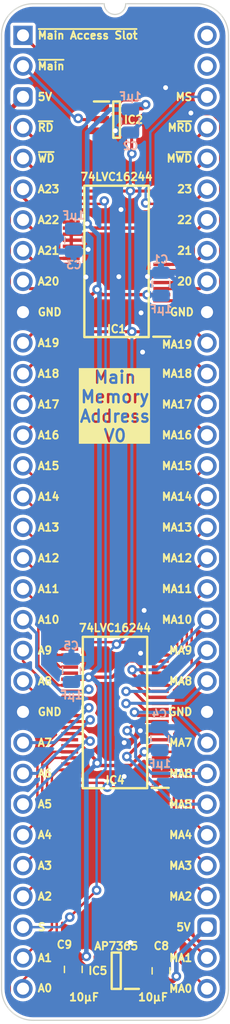
<source format=kicad_pcb>
(kicad_pcb (version 20240108) (generator "pcbnew") (generator_version "8.0")
  (title_block (title "Main Memory Address") (date "2024-02-15") (rev "V0"))
  (layers (0 "F.Cu" signal) (31 "B.Cu" signal) (34 "B.Paste" user) (35 "F.Paste" user) (36 "B.SilkS" user "B.Silkscreen") (37 "F.SilkS" user "F.Silkscreen") (38 "B.Mask" user) (39 "F.Mask" user) (44 "Edge.Cuts" user))
  (net 0 "")
  (net 1 "GND")
  (net 2 "5V")
  (net 3 "/3.3V")
  (net 5 "S")
  (net 6 "MA18")
  (net 7 "A20")
  (net 8 "~{RD}")
  (net 9 "MA21")
  (net 10 "A22")
  (net 11 "MA17")
  (net 12 "A18")
  (net 13 "MA22")
  (net 14 "A19")
  (net 15 "MA16")
  (net 16 "A16")
  (net 17 "~{WD}")
  (net 18 "MA19")
  (net 19 "MS")
  (net 20 "MA20")
  (net 21 "M~{WD}")
  (net 22 "/~{Main Access}")
  (net 23 "A23")
  (net 24 "A17")
  (net 25 "A21")
  (net 26 "MA23")
  (net 27 "M~{RD}")
  (net 28 "~{Main}")
  (net 29 "~{Main Access Slot}")
  (net 30 "A14")
  (net 31 "MA4")
  (net 32 "A5")
  (net 33 "A15")
  (net 34 "MA13")
  (net 35 "A12")
  (net 36 "MA11")
  (net 37 "A7")
  (net 38 "A8")
  (net 39 "MA1")
  (net 40 "MA10")
  (net 41 "MA0")
  (net 42 "MA9")
  (net 43 "MA5")
  (net 44 "A4")
  (net 45 "MA15")
  (net 46 "A3")
  (net 47 "A1")
  (net 48 "A2")
  (net 49 "MA8")
  (net 50 "A11")
  (net 51 "A0")
  (net 52 "MA14")
  (net 53 "A10")
  (net 54 "MA6")
  (net 55 "A6")
  (net 56 "A9")
  (net 57 "MA12")
  (net 58 "MA2")
  (net 59 "MA3")
  (net 60 "A13")
  (net 64 "MA7")
  (footprint "SamacSys_Parts:SOT95P275X110-5N" (layer "F.Cu") (at 96.6524 65.3796)
    (property "Reference" "IC2")
    (property "Value" "74LVC1G32GV,125" (hide yes))
  )
  (footprint "SamacSys_Parts:C_0805" (layer "F.Cu") (at 100.330485 135.7064)
    (property "Reference" "C8")
    (property "Value" "10µF")
  )
  (footprint "SamacSys_Parts:DIP-64_Board_W15.24mm" (layer "F.Cu") (at 88.9 58.42)
    (property "Reference" "J2" (hide yes))
    (property "Value" "Conn_02x32_Counter_Clockwise")
    (fp_line (start -1.778 78.74) (end -1.778 0) (stroke (width 0.1)) (layer "Edge.Cuts"))
    (fp_line (start 6.727456 -2.6162) (end 0.832188 -2.613732) (stroke (width 0.1)) (layer "Edge.Cuts"))
    (fp_line (start 14.400723 -2.613733) (end 8.505456 -2.6162) (stroke (width 0.1)) (layer "Edge.Cuts"))
    (fp_line (start 14.404268 81.353732) (end 0.835733 81.353733) (stroke (width 0.1)) (layer "Edge.Cuts"))
    (fp_line (start 17.018 78.74) (end 17.017999 -0.000001) (stroke (width 0.1)) (layer "Edge.Cuts"))
    (fp_arc (start -1.781544 0) (mid -1.016 -1.848188) (end 0.832188 -2.613732) (stroke (width 0.1)) (layer "Edge.Cuts"))
    (fp_arc (start 0.835733 81.353733) (mid -1.012457 80.588189) (end -1.778 78.74) (stroke (width 0.1)) (layer "Edge.Cuts"))
    (fp_arc (start 8.505456 -2.6162) (mid 7.616456 -1.7272) (end 6.727456 -2.6162) (stroke (width 0.1)) (layer "Edge.Cuts"))
    (fp_arc (start 14.404267 -2.613733) (mid 16.252457 -1.84819) (end 17.017999 -0.000001) (stroke (width 0.1)) (layer "Edge.Cuts"))
    (fp_arc (start 17.018 78.74) (mid 16.252456 80.588187) (end 14.404268 81.353732) (stroke (width 0.1)) (layer "Edge.Cuts"))
  )
  (footprint "SamacSys_Parts:74LVC16244ADGG112" (layer "F.Cu") (at 96.647 77.089 180)
    (property "Reference" "IC1")
    (property "Value" "74LVC16244ADGG,112" (hide yes))
  )
  (footprint "SamacSys_Parts:C_0805" (layer "F.Cu") (at 93.066085 135.554 180)
    (property "Reference" "C9")
    (property "Value" "10µF")
  )
  (footprint "SamacSys_Parts:SOT95P285X130-5N" (layer "F.Cu") (at 96.622085 135.681 180)
    (property "Reference" "IC5")
    (property "Value" "AP7365-33WG-7" (hide yes))
  )
  (footprint "SamacSys_Parts:74LVC16244ADGG112" (layer "F.Cu") (at 96.52 114.3508 180)
    (property "Reference" "IC4")
    (property "Value" "74LVC16244ADGG,112" (hide yes))
  )
  (footprint "SamacSys_Parts:PinHeader_1x32_P2.54mm_Vertical" (layer "B.Cu") (at 88.9 58.42 180)
    (property "Reference" "J3" (hide yes))
    (property "Value" "Pin_Header_01x32")
  )
  (footprint "SamacSys_Parts:C_0805" (layer "B.Cu") (at 92.9132 110.8964 180)
    (property "Reference" "C5")
    (property "Value" "1μF")
  )
  (footprint "SamacSys_Parts:C_0805" (layer "B.Cu") (at 100.2284 116.5352 180)
    (property "Reference" "C4")
    (property "Value" "1μF")
  )
  (footprint "SamacSys_Parts:C_0805" (layer "B.Cu") (at 97.79 65.4812)
    (property "Reference" "C2")
    (property "Value" "1μF")
  )
  (footprint "SamacSys_Parts:C_0805" (layer "B.Cu") (at 93.091 75.311)
    (property "Reference" "C3")
    (property "Value" "1μF")
  )
  (footprint "SamacSys_Parts:PinHeader_1x32_P2.54mm_Vertical" (layer "B.Cu") (at 104.14 58.42 180)
    (property "Reference" "J1" (hide yes))
    (property "Value" "Pin_Header_01x32")
  )
  (footprint "SamacSys_Parts:C_0805" (layer "B.Cu") (at 100.33 78.994 180)
    (property "Reference" "C1")
    (property "Value" "1μF")
  )
  (gr_text "A21" (at 90.043 76.2 0) (layer "F.SilkS") (effects (font (size 0.635 0.635)) (justify left)))
  (gr_text "GND" (at 90.043 114.3 0) (layer "F.SilkS") (effects (font (size 0.635 0.635)) (justify left)))
  (gr_text "~{WD}" (at 90.043 68.58 0) (layer "F.SilkS") (effects (font (size 0.635 0.635)) (justify left)))
  (gr_text "A13" (at 90.043 99.06 0) (layer "F.SilkS") (effects (font (size 0.635 0.635)) (justify left)))
  (gr_text "GND" (at 103.124 81.28 0) (layer "F.SilkS") (effects (font (size 0.635 0.635)) (justify right)))
  (gr_text "A19" (at 90.043 83.82 0) (layer "F.SilkS") (effects (font (size 0.635 0.635)) (justify left)))
  (gr_text "MA11" (at 102.997 104.14 0) (layer "F.SilkS") (effects (font (size 0.635 0.635)) (justify right)))
  (gr_text "5V" (at 90.043 63.5 0) (layer "F.SilkS") (effects (font (size 0.635 0.635)) (justify left)))
  (gr_text "MA8" (at 102.997 111.76 0) (layer "F.SilkS") (effects (font (size 0.635 0.635)) (justify right)))
  (gr_text "A16" (at 90.043 91.44 0) (layer "F.SilkS") (effects (font (size 0.635 0.635)) (justify left)))
  (gr_text "MA10" (at 102.997 106.68 0) (layer "F.SilkS") (effects (font (size 0.635 0.635)) (justify right)))
  (gr_text "MA3" (at 102.997 127 0) (layer "F.SilkS") (effects (font (size 0.635 0.635)) (justify right)))
  (gr_text "A3" (at 90.043 127 0) (layer "F.SilkS") (effects (font (size 0.635 0.635)) (justify left)))
  (gr_text "MA5" (at 102.997 121.92 0) (layer "F.SilkS") (effects (font (size 0.635 0.635)) (justify right)))
  (gr_text "MA9" (at 102.997 109.22 0) (layer "F.SilkS") (effects (font (size 0.635 0.635)) (justify right)))
  (gr_text "A5" (at 90.043 121.92 0) (layer "F.SilkS") (effects (font (size 0.635 0.635)) (justify left)))
  (gr_text "A12" (at 90.043 101.6 0) (layer "F.SilkS") (effects (font (size 0.635 0.635)) (justify left)))
  (gr_text "21" (at 102.997 76.2 0) (layer "F.SilkS") (effects (font (size 0.635 0.635)) (justify right)))
  (gr_text "MA14" (at 102.997 96.52 0) (layer "F.SilkS") (effects (font (size 0.635 0.635)) (justify right)))
  (gr_text "23" (at 102.997 71.12 0) (layer "F.SilkS") (effects (font (size 0.635 0.635)) (justify right)))
  (gr_text "~{RD}" (at 90.043 66.04 0) (layer "F.SilkS") (effects (font (size 0.635 0.635)) (justify left)))
  (gr_text "A18" (at 90.043 86.36 0) (layer "F.SilkS") (effects (font (size 0.635 0.635)) (justify left)))
  (gr_text "A9" (at 90.043 109.22 0) (layer "F.SilkS") (effects (font (size 0.635 0.635)) (justify left)))
  (gr_text "A17" (at 90.043 88.9 0) (layer "F.SilkS") (effects (font (size 0.635 0.635)) (justify left)))
  (gr_text "A10" (at 90.043 106.68 0) (layer "F.SilkS") (effects (font (size 0.635 0.635)) (justify left)))
  (gr_text "M~{WD}" (at 102.997 68.58 0) (layer "F.SilkS") (effects (font (size 0.635 0.635)) (justify right)))
  (gr_text "MA16" (at 102.997 91.44 0) (layer "F.SilkS") (effects (font (size 0.635 0.635)) (justify right)))
  (gr_text "MA4" (at 102.997 124.46 0) (layer "F.SilkS") (effects (font (size 0.635 0.635)) (justify right)))
  (gr_text "MA2" (at 102.997 129.54 0) (layer "F.SilkS") (effects (font (size 0.635 0.635)) (justify right)))
  (gr_text "A4" (at 90.043 124.46 0) (layer "F.SilkS") (effects (font (size 0.635 0.635)) (justify left)))
  (gr_text "MA15" (at 102.997 93.98 0) (layer "F.SilkS") (effects (font (size 0.635 0.635)) (justify right)))
  (gr_text "MA1" (at 102.997 134.62 0) (layer "F.SilkS") (effects (font (size 0.635 0.635)) (justify right)))
  (gr_text "MA19" (at 102.997 83.947 0) (layer "F.SilkS") (effects (font (size 0.635 0.635)) (justify right)))
  (gr_text "A6" (at 90.043 119.38 0) (layer "F.SilkS") (effects (font (size 0.635 0.635)) (justify left)))
  (gr_text "A1" (at 90.043 134.62 0) (layer "F.SilkS") (effects (font (size 0.635 0.635)) (justify left)))
  (gr_text "A7" (at 90.043 116.84 0) (layer "F.SilkS") (effects (font (size 0.635 0.635)) (justify left)))
  (gr_text "A22" (at 90.043 73.66 0) (layer "F.SilkS") (effects (font (size 0.635 0.635)) (justify left)))
  (gr_text "A15" (at 90.043 93.98 0) (layer "F.SilkS") (effects (font (size 0.635 0.635)) (justify left)))
  (gr_text "MA13" (at 102.997 99.06 0) (layer "F.SilkS") (effects (font (size 0.635 0.635)) (justify right)))
  (gr_text "MA12" (at 102.997 101.6 0) (layer "F.SilkS") (effects (font (size 0.635 0.635)) (justify right)))
  (gr_text "5V" (at 102.87 132.08 0) (layer "F.SilkS") (effects (font (size 0.635 0.635)) (justify right)))
  (gr_text "~{Main Access Slot}" (at 90.043 58.42 0) (layer "F.SilkS") (effects (font (size 0.635 0.635)) (justify left)))
  (gr_text "MA18" (at 102.997 86.36 0) (layer "F.SilkS") (effects (font (size 0.635 0.635)) (justify right)))
  (gr_text "MA17" (at 102.997 88.9 0) (layer "F.SilkS") (effects (font (size 0.635 0.635)) (justify right)))
  (gr_text "A20" (at 90.043 78.74 0) (layer "F.SilkS") (effects (font (size 0.635 0.635)) (justify left)))
  (gr_text "M~{RD}" (at 102.997 66.04 0) (layer "F.SilkS") (effects (font (size 0.635 0.635)) (justify right)))
  (gr_text "A23" (at 90.043 71.12 0) (layer "F.SilkS") (effects (font (size 0.635 0.635)) (justify left)))
  (gr_text "GND" (at 90.043 81.28 0) (layer "F.SilkS") (effects (font (size 0.635 0.635)) (justify left)))
  (gr_text "A11" (at 90.043 104.14 0) (layer "F.SilkS") (effects (font (size 0.635 0.635)) (justify left)))
  (gr_text "A0" (at 90.043 137.118485 0) (layer "F.SilkS") (effects (font (size 0.635 0.635)) (justify left)))
  (gr_text "S" (at 90.043 132.08 0) (layer "F.SilkS") (effects (font (size 0.635 0.635)) (justify left)))
  (gr_text "Main\nMemory\nAddress\nV0" (at 96.52 92.075 0) (layer "F.SilkS" knockout) (effects (font (size 1 1) (thickness 0.2) (bold yes)) (justify bottom)))
  (gr_text "A2" (at 90.043 129.54 0) (layer "F.SilkS") (effects (font (size 0.635 0.635)) (justify left)))
  (gr_text "~{Main}" (at 90.043 60.96 0) (layer "F.SilkS") (effects (font (size 0.635 0.635)) (justify left)))
  (gr_text "A14" (at 90.043 96.52 0) (layer "F.SilkS") (effects (font (size 0.635 0.635)) (justify left)))
  (gr_text "A8" (at 90.043 111.76 0) (layer "F.SilkS") (effects (font (size 0.635 0.635)) (justify left)))
  (gr_text "MS" (at 102.997 63.5 0) (layer "F.SilkS") (effects (font (size 0.635 0.635)) (justify right)))
  (gr_text "22" (at 102.997 73.66 0) (layer "F.SilkS") (effects (font (size 0.635 0.635)) (justify right)))
  (gr_text "20" (at 102.997 78.74 0) (layer "F.SilkS") (effects (font (size 0.635 0.635)) (justify right)))
  (gr_text "MA7" (at 102.997 116.84 0) (layer "F.SilkS") (effects (font (size 0.635 0.635)) (justify right)))
  (gr_text "GND" (at 102.997 114.3 0) (layer "F.SilkS") (effects (font (size 0.635 0.635)) (justify right)))
  (gr_text "MA6" (at 102.997 119.38 0) (layer "F.SilkS") (effects (font (size 0.635 0.635)) (justify right)))
  (gr_text "MA0" (at 102.997 137.16 0) (layer "F.SilkS") (effects (font (size 0.635 0.635)) (justify right)))
  (segment (start 96.837097 111.633) (end 95.291097 113.179) (width 0.28) (layer "F.Cu") (net 1))
  (segment (start 99.366519 73.003) (end 97.211242 73.003) (width 0.28) (layer "F.Cu") (net 1))
  (segment (start 105.33 65.547085) (end 104.616416 64.833501) (width 0.38) (layer "F.Cu") (net 1))
  (segment (start 104.616416 64.833501) (end 102.806501 64.833501) (width 0.38) (layer "F.Cu") (net 1))
  (segment (start 100.27 113.1008) (end 99.29 113.1008) (width 0.28) (layer "F.Cu") (net 1))
  (segment (start 92.897 74.839) (end 97.287481 74.839) (width 0.28) (layer "F.Cu") (net 1))
  (segment (start 100.397 72.839) (end 99.530519 72.839) (width 0.28) (layer "F.Cu") (net 1))
  (segment (start 94.055442 118.6008) (end 94.732481 119.277839) (width 0.28) (layer "F.Cu") (net 1))
  (segment (start 95.4024 66.3296) (end 96.512396 66.3296) (width 0.38) (layer "F.Cu") (net 1))
  (segment (start 104.14 81.28) (end 105.33 80.09) (width 0.38) (layer "F.Cu") (net 1))
  (segment (start 104.14 114.3) (end 105.28 113.16) (width 0.28) (layer "F.Cu") (net 1))
  (segment (start 96.512396 66.3296) (end 96.547996 66.294) (width 0.38) (layer "F.Cu") (net 1))
  (segment (start 92.77 115.6008) (end 94.076613 115.6008) (width 0.28) (layer "F.Cu") (net 1))
  (segment (start 97.211242 73.003) (end 97.017515 72.809273) (width 0.28) (layer "F.Cu") (net 1))
  (segment (start 92.77 110.1008) (end 96.937733 110.1008) (width 0.28) (layer "F.Cu") (net 1))
  (segment (start 94.0729 78.339) (end 94.112975 78.379075) (width 0.28) (layer "F.Cu") (net 1))
  (segment (start 96.853026 78.339) (end 96.839 78.353026) (width 0.28) (layer "F.Cu") (net 1))
  (segment (start 98.869827 115.6008) (end 98.61856 115.852067) (width 0.28) (layer "F.Cu") (net 1))
  (segment (start 100.27 113.1008) (end 102.9408 113.1008) (width 0.28) (layer "F.Cu") (net 1))
  (segment (start 94.751481 119.277839) (end 95.107642 119.634) (width 0.28) (layer "F.Cu") (net 1))
  (segment (start 100.711 62.738) (end 102.806501 64.833501) (width 0.38) (layer "F.Cu") (net 1))
  (segment (start 105.33 80.09) (end 105.33 65.547085) (width 0.38) (layer "F.Cu") (net 1))
  (segment (start 102.8392 115.6008) (end 104.14 114.3) (width 0.28) (layer "F.Cu") (net 1))
  (segment (start 100.27 115.6008) (end 98.869827 115.6008) (width 0.28) (layer "F.Cu") (net 1))
  (segment (start 99.530519 72.839) (end 99.366519 73.003) (width 0.28) (layer "F.Cu") (net 1))
  (segment (start 92.897 73.839) (end 92.897 73.339) (width 0.28) (layer "F.Cu") (net 1))
  (segment (start 92.77 115.6008) (end 90.2008 115.6008) (width 0.28) (layer "F.Cu") (net 1))
  (segment (start 98.940085 133.35) (end 97.79 133.35) (width 0.38) (layer "F.Cu") (net 1))
  (segment (start 93.75 113.1008) (end 92.77 113.1008) (width 0.28) (layer "F.Cu") (net 1))
  (segment (start 91.877 71.839) (end 92.897 71.839) (width 0.28) (layer "F.Cu") (net 1))
  (segment (start 100.27 118.6008) (end 98.617009 118.6008) (width 0.28) (layer "F.Cu") (net 1))
  (segment (start 93.8282 113.179) (end 93.75 113.1008) (width 0.28) (layer "F.Cu") (net 1))
  (segment (start 99.284035 110.1008) (end 98.637753 109.454518) (width 0.28) (layer "F.Cu") (net 1))
  (segment (start 94.112975 78.379075) (end 94.139024 78.353026) (width 0.28) (layer "F.Cu") (net 1))
  (segment (start 100.330485 134.7404) (end 98.940085 133.35) (width 0.38) (layer "F.Cu") (net 1))
  (segment (start 96.137668 115.695668) (end 97.282 116.84) (width 0.28) (layer "F.Cu") (net 1))
  (segment (start 92.897 75.839) (end 94.03589 75.839) (width 0.28) (layer "F.Cu") (net 1))
  (segment (start 92.897 72.839) (end 92.897 73.339) (width 0.28) (layer "F.Cu") (net 1))
  (segment (start 94.03589 75.839) (end 94.296 76.09911) (width 0.28) (layer "F.Cu") (net 1))
  (segment (start 97.630627 116.84) (end 97.282 116.84) (width 0.28) (layer "F.Cu") (net 1))
  (segment (start 91.948 134.107988) (end 91.948 135.401915) (width 0.38) (layer "F.Cu") (net 1))
  (segment (start 91.877 72.839) (end 91.821 72.783) (width 0.28) (layer "F.Cu") (net 1))
  (segment (start 105.28 113.16) (end 105.28 82.42) (width 0.28) (layer "F.Cu") (net 1))
  (segment (start 102.9408 113.1008) (end 104.14 114.3) (width 0.28) (layer "F.Cu") (net 1))
  (segment (start 91.821 72.783) (end 91.821 71.895) (width 0.28) (layer "F.Cu") (net 1))
  (segment (start 95.291097 113.179) (end 93.8282 113.179) (width 0.28) (layer "F.Cu") (net 1))
  (segment (start 94.076613 115.6008) (end 94.171481 115.695668) (width 0.28) (layer "F.Cu") (net 1))
  (segment (start 91.821 71.895) (end 91.877 71.839) (width 0.28) (layer "F.Cu") (net 1))
  (segment (start 94.296 78.19605) (end 94.112975 78.379075) (width 0.28) (layer "F.Cu") (net 1))
  (segment (start 97.584015 109.454518) (end 98.637753 109.454518) (width 0.28) (layer "F.Cu") (net 1))
  (segment (start 94.732481 119.277839) (end 94.751481 119.277839) (width 0.28) (layer "F.Cu") (net 1))
  (segment (start 98.617009 118.6008) (end 97.583809 119.634) (width 0.28) (layer "F.Cu") (net 1))
  (segment (start 100.27 110.1008) (end 99.284035 110.1008) (width 0.28) (layer "F.Cu") (net 1))
  (segment (start 99.29 113.1008) (end 97.8222 111.633) (width 0.28) (layer "F.Cu") (net 1))
  (segment (start 96.987788 72.839) (end 97.017515 72.809273) (width 0.28) (layer "F.Cu") (net 1))
  (segment (start 105.28 82.42) (end 104.14 81.28) (width 0.28) (layer "F.Cu") (net 1))
  (segment (start 97.8222 111.633) (end 96.837097 111.633) (width 0.28) (layer "F.Cu") (net 1))
  (segment (start 94.139024 78.353026) (end 96.839 78.353026) (width 0.28) (layer "F.Cu") (net 1))
  (segment (start 95.107642 119.634) (end 97.282 119.634) (width 0.28) (layer "F.Cu") (net 1))
  (segment (start 91.948 135.401915) (end 93.066085 136.52) (width 0.38) (layer "F.Cu") (net 1))
  (segment (start 92.897 81.339) (end 100.397 81.339) (width 0.28) (layer "F.Cu") (net 1))
  (segment (start 96.937733 110.1008) (end 97.584015 109.454518) (width 0.28) (layer "F.Cu") (net 1))
  (segment (start 100.397 78.339) (end 96.853026 78.339) (width 0.28) (layer "F.Cu") (net 1))
  (segment (start 92.897 78.339) (end 94.0729 78.339) (width 0.28) (layer "F.Cu") (net 1))
  (segment (start 92.897 72.839) (end 96.987788 72.839) (width 0.28) (layer "F.Cu") (net 1))
  (segment (start 94.171481 115.695668) (end 96.137668 115.695668) (width 0.28) (layer "F.Cu") (net 1))
  (segment (start 92.897 72.839) (end 91.877 72.839) (width 0.28) (layer "F.Cu") (net 1))
  (segment (start 98.61856 115.852067) (end 97.630627 116.84) (width 0.28) (layer "F.Cu") (net 1))
  (segment (start 92.705988 133.35) (end 91.948 134.107988) (width 0.38) (layer "F.Cu") (net 1))
  (segment (start 90.2008 115.6008) (end 88.9 114.3) (width 0.28) (layer "F.Cu") (net 1))
  (segment (start 97.79 133.35) (end 92.705988 133.35) (width 0.38) (layer "F.Cu") (net 1))
  (segment (start 98.287481 75.839) (end 100.397 75.839) (width 0.28) (layer "F.Cu") (net 1))
  (segment (start 97.287481 74.839) (end 98.287481 75.839) (width 0.28) (layer "F.Cu") (net 1))
  (segment (start 94.296 76.09911) (end 94.296 78.19605) (width 0.28) (layer "F.Cu") (net 1))
  (segment (start 100.27 115.6008) (end 102.8392 115.6008) (width 0.28) (layer "F.Cu") (net 1))
  (segment (start 92.77 118.6008) (end 94.055442 118.6008) (width 0.28) (layer "F.Cu") (net 1))
  (segment (start 97.583809 119.634) (end 97.282 119.634) (width 0.28) (layer "F.Cu") (net 1))
  (via (at 96.839 78.353026) (size 0.8) (drill 0.4) (layers "F.Cu" "B.Cu") (net 1))
  (via (at 94.296 76.09911) (size 0.8) (drill 0.4) (layers "F.Cu" "B.Cu") (net 1))
  (via (at 96.547996 66.294) (size 0.8) (drill 0.4) (layers "F.Cu" "B.Cu") (net 1))
  (via (at 98.806 84.582) (size 0.8) (drill 0.4) (layers "F.Cu" "B.Cu") (net 1))
  (via (at 100.711 62.738) (size 0.8) (drill 0.4) (layers "F.Cu" "B.Cu") (net 1))
  (via (at 98.637753 109.454518) (size 0.8) (drill 0.4) (layers "F.Cu" "B.Cu") (net 1))
  (via (at 102.806501 64.833501) (size 0.8) (drill 0.4) (layers "F.Cu" "B.Cu") (net 1))
  (via (at 94.112975 78.379075) (size 0.8) (drill 0.4) (layers "F.Cu" "B.Cu") (net 1))
  (via (at 98.61856 115.852067) (size 0.8) (drill 0.4) (layers "F.Cu" "B.Cu") (net 1))
  (via (at 98.679 81.339) (size 0.8) (drill 0.4) (layers "F.Cu" "B.Cu") (net 1))
  (via (at 98.933 105.918) (size 0.8) (drill 0.4) (layers "F.Cu" "B.Cu") (net 1))
  (via (at 97.282 116.84) (size 0.8) (drill 0.4) (layers "F.Cu" "B.Cu") (net 1))
  (via (at 99.207788 78.339) (size 0.8) (drill 0.4) (layers "F.Cu" "B.Cu") (net 1))
  (via (at 97.282 119.634) (size 0.8) (drill 0.4) (layers "F.Cu" "B.Cu") (net 1))
  (via (at 97.017515 72.809273) (size 0.8) (drill 0.4) (layers "F.Cu" "B.Cu") (net 1))
  (via (at 97.79 133.35) (size 0.8) (drill 0.4) (layers "F.Cu" "B.Cu") (net 1))
  (segment (start 102.6892 118.03) (end 100.2284 115.5692) (width 0.38) (layer "B.Cu") (net 1))
  (segment (start 100.33 78.028) (end 99.518788 78.028) (width 0.28) (layer "B.Cu") (net 1))
  (segment (start 96.763462 114.061233) (end 96.648 114.176695) (width 0.38) (layer "B.Cu") (net 1))
  (segment (start 98.298 79.248788) (end 98.298 80.958) (width 0.38) (layer "B.Cu") (net 1))
  (segment (start 105.28 113.16) (end 105.28 106.207796) (width 0.28) (layer "B.Cu") (net 1))
  (segment (start 88.9 114.3) (end 87.71 115.49) (width 0.38) (layer "B.Cu") (net 1))
  (segment (start 98.933 105.918) (end 98.933 109.159271) (width 0.38) (layer "B.Cu") (net 1))
  (segment (start 93.091 76.277) (end 94.11811 76.277) (width 0.28) (layer "B.Cu") (net 1))
  (segment (start 104.632915 105.49) (end 105.33 104.792915) (width 0.38) (layer "B.Cu") (net 1))
  (segment (start 97.79 66.4472) (end 97 67.2372) (width 0.38) (layer "B.Cu") (net 1))
  (segment (start 98.933 84.709) (end 98.933 105.918) (width 0.38) (layer "B.Cu") (net 1))
  (segment (start 87.71 115.49) (end 87.71 135.112915) (width 0.38) (layer "B.Cu") (net 1))
  (segment (start 103.06 81.28) (end 102.806499 81.026499) (width 0.28) (layer "B.Cu") (net 1))
  (segment (start 98.933 105.918) (end 99.361 105.49) (width 0.38) (layer "B.Cu") (net 1))
  (segment (start 96.647 110.801825) (end 97.994307 109.454518) (width 0.38) (layer "B.Cu") (net 1))
  (segment (start 98.806 84.582) (end 98.806 81.466) (width 0.38) (layer "B.Cu") (net 1))
  (segment (start 87.71 82.47) (end 88.9 81.28) (width 0.38) (layer "B.Cu") (net 1))
  (segment (start 104.14 81.28) (end 100.888 78.028) (width 0.38) (layer "B.Cu") (net 1))
  (segment (start 97.6368 66.294) (end 96.547996 66.294) (width 0.38) (layer "B.Cu") (net 1))
  (segment (start 96.648 116.206) (end 97.282 116.84) (width 0.38) (layer "B.Cu") (net 1))
  (segment (start 93.091 77.089) (end 93.091 76.277) (width 0.38) (layer "B.Cu") (net 1))
  (segment (start 96.648 117.474) (end 97.282 116.84) (width 0.38) (layer "B.Cu") (net 1))
  (segment (start 96.763462 114.061233) (end 96.763462 114.073785) (width 0.38) (layer "B.Cu") (net 1))
  (segment (start 104.14 114.3) (end 105.33 115.49) (width 0.38) (layer "B.Cu") (net 1))
  (segment (start 87.71 135.112915) (end 88.407085 135.81) (width 0.38) (layer "B.Cu") (net 1))
  (segment (start 97.148 72.939758) (end 97.017515 72.809273) (width 0.38) (layer "B.Cu") (net 1))
  (segment (start 105.33 106.187085) (end 105.33 113.11) (width 0.38) (layer "B.Cu") (net 1))
  (segment (start 98.933 109.159271) (end 98.637753 109.454518) (width 0.38) (layer "B.Cu") (net 1))
  (segment (start 105.33 117.381) (end 104.681 118.03) (width 0.38) (layer "B.Cu") (net 1))
  (segment (start 97.806364 115.116687) (end 97.916201 115.116687) (width 0.38) (layer "B.Cu") (net 1))
  (segment (start 105.33 82.47) (end 104.14 81.28) (width 0.38) (layer "B.Cu") (net 1))
  (segment (start 100.711 63.601229) (end 100.711 62.738) (width 0.38) (layer "B.Cu") (net 1))
  (segment (start 105.33 113.11) (end 104.14 114.3) (width 0.38) (layer "B.Cu") (net 1))
  (segment (start 102.806499 81.026499) (end 102.806499 64.833503) (width 0.28) (layer "B.Cu") (net 1))
  (segment (start 97 72.791758) (end 97.017515 72.809273) (width 0.38) (layer "B.Cu") (net 1))
  (segment (start 94.11811 76.277) (end 94.296 76.09911) (width 0.28) (layer "B.Cu") (net 1))
  (segment (start 97.79 120.142) (end 97.282 119.634) (width 0.38) (layer "B.Cu") (net 1))
  (segment (start 97.865029 66.4472) (end 100.711 63.601229) (width 0.38) (layer "B.Cu") (net 1))
  (segment (start 104.681 118.03) (end 102.6892 118.03) (width 0.38) (layer "B.Cu") (net 1))
  (segment (start 97.994307 109.454518) (end 98.637753 109.454518) (width 0.38) (layer "B.Cu") (net 1))
  (segment (start 98.61856 115.819046) (end 98.61856 115.852067) (width 0.38) (layer "B.Cu") (net 1))
  (segment (start 97.79 133.35) (end 97.79 120.142) (width 0.38) (layer "B.Cu") (net 1))
  (segment (start 96.647 113.944771) (end 96.647 110.801825) (width 0.38) (layer "B.Cu") (net 1))
  (segment (start 88.9 114.3) (end 87.71 113.11) (width 0.38) (layer "B.Cu") (net 1))
  (segment (start 104.612204 105.54) (end 105.28 104.872204) (width 0.28) (layer "B.Cu") (net 1))
  (segment (start 96.648 114.176695) (end 96.648 116.206) (width 0.38) (layer "B.Cu") (net 1))
  (segment (start 95.33 135.81) (end 97.79 133.35) (width 0.38) (layer "B.Cu") (net 1))
  (segment (start 99.518788 78.028) (end 99.207788 78.339) (width 0.28) (layer "B.Cu") (net 1))
  (segment (start 99.978779 115.818821) (end 98.651806 115.818821) (width 0.38) (layer "B.Cu") (net 1))
  (segment (start 105.28 82.42) (end 104.14 81.28) (width 0.28) (layer "B.Cu") (net 1))
  (segment (start 99.361 105.49) (end 104.632915 105.49) (width 0.38) (layer "B.Cu") (net 1))
  (segment (start 98.806 84.582) (end 98.933 84.709) (width 0.38) (layer "B.Cu") (net 1))
  (segment (start 99.311 105.54) (end 98.933 105.918) (width 0.28) (layer "B.Cu") (net 1))
  (segment (start 98.298 80.958) (end 98.679 81.339) (width 0.38) (layer "B.Cu") (net 1))
  (segment (start 104.632915 105.49) (end 105.33 106.187085) (width 0.38) (layer "B.Cu") (net 1))
  (segment (start 102.806499 64.833503) (end 102.806501 64.833501) (width 0.28) (layer "B.Cu") (net 1))
  (segment (start 97.148 78.044026) (end 97.148 72.939758) (width 0.38) (layer "B.Cu") (net 1))
  (segment (start 96.839 78.353026) (end 97.148 78.044026) (width 0.38) (layer "B.Cu") (net 1))
  (segment (start 105.28 106.207796) (end 104.612204 105.54) (width 0.28) (layer "B.Cu") (net 1))
  (segment (start 97 67.2372) (end 97 72.791758) (width 0.38) (layer "B.Cu") (net 1))
  (segment (start 87.71 113.11) (end 87.71 82.47) (width 0.38) (layer "B.Cu") (net 1))
  (segment (start 88.9 81.28) (end 93.091 77.089) (width 0.38) (layer "B.Cu") (net 1))
  (segment (start 98.651806 115.818821) (end 98.61856 115.852067) (width 0.38) (layer "B.Cu") (net 1))
  (segment (start 96.648 119) (end 96.648 117.474) (width 0.38) (layer "B.Cu") (net 1))
  (segment (start 105.33 104.792915) (end 105.33 82.47) (width 0.38) (layer "B.Cu") (net 1))
  (segment (start 99.207788 78.339) (end 98.298 79.248788) (width 0.38) (layer "B.Cu") (net 1))
  (segment (start 105.33 115.49) (end 105.33 117.381) (width 0.38) (layer "B.Cu") (net 1))
  (segment (start 96.763462 114.061233) (end 96.647 113.944771) (width 0.38) (layer "B.Cu") (net 1))
  (segment (start 105.28 104.872204) (end 105.28 82.42) (width 0.28) (layer "B.Cu") (net 1))
  (segment (start 88.407085 135.81) (end 95.33 135.81) (width 0.38) (layer "B.Cu") (net 1))
  (segment (start 104.612204 105.54) (end 99.311 105.54) (width 0.28) (layer "B.Cu") (net 1))
  (segment (start 104.14 114.3) (end 105.28 113.16) (width 0.28) (layer "B.Cu") (net 1))
  (segment (start 97.282 119.634) (end 96.648 119) (width 0.38) (layer "B.Cu") (net 1))
  (segment (start 98.806 81.466) (end 98.679 81.339) (width 0.38) (layer "B.Cu") (net 1))
  (segment (start 96.763462 114.073785) (end 97.806364 115.116687) (width 0.38) (layer "B.Cu") (net 1))
  (segment (start 97.916201 115.116687) (end 98.61856 115.819046) (width 0.38) (layer "B.Cu") (net 1))
  (segment (start 100.888 78.028) (end 100.33 78.028) (width 0.38) (layer "B.Cu") (net 1))
  (segment (start 104.14 81.28) (end 103.06 81.28) (width 0.28) (layer "B.Cu") (net 1))
  (segment (start 87.71 64.69) (end 87.71 137.928126) (width 0.38) (layer "F.Cu") (net 2))
  (segment (start 98.057441 134.731) (end 98.317441 134.991) (width 0.38) (layer "F.Cu") (net 2))
  (segment (start 99.326085 135.636) (end 98.887085 135.636) (width 0.38) (layer "F.Cu") (net 2))
  (segment (start 100.445885 136.525) (end 101.346 136.525) (width 0.38) (layer "F.Cu") (net 2))
  (segment (start 101.6 136.271) (end 101.6 136.144) (width 0.38) (layer "F.Cu") (net 2))
  (segment (start 101.346 136.525) (end 101.6 136.271) (width 0.38) (layer "F.Cu") (net 2))
  (segment (start 98.413885 138.557) (end 100.330485 136.6404) (width 0.38) (layer "F.Cu") (net 2))
  (segment (start 88.338874 138.557) (end 98.413885 138.557) (width 0.38) (layer "F.Cu") (net 2))
  (segment (start 98.887085 136.189915) (end 98.446 136.631) (width 0.38) (layer "F.Cu") (net 2))
  (segment (start 98.446 136.631) (end 97.922085 136.631) (width 0.38) (layer "F.Cu") (net 2))
  (segment (start 100.330485 136.6404) (end 99.326085 135.636) (width 0.38) (layer "F.Cu") (net 2))
  (segment (start 87.71 137.928126) (end 88.338874 138.557) (width 0.38) (layer "F.Cu") (net 2))
  (segment (start 88.9 63.5) (end 87.71 64.69) (width 0.38) (layer "F.Cu") (net 2))
  (segment (start 98.317441 134.991) (end 98.887085 134.991) (width 0.38) (layer "F.Cu") (net 2))
  (segment (start 98.887085 135.636) (end 98.887085 136.189915) (width 0.38) (layer "F.Cu") (net 2))
  (segment (start 98.887085 134.991) (end 98.887085 135.636) (width 0.38) (layer "F.Cu") (net 2))
  (via (at 101.6 136.144) (size 0.8) (drill 0.4) (layers "F.Cu" "B.Cu") (net 2))
  (segment (start 101.6 134.62) (end 101.6 136.144) (width 0.38) (layer "B.Cu") (net 2))
  (segment (start 104.14 132.08) (end 101.6 134.62) (width 0.38) (layer "B.Cu") (net 2))
  (segment (start 95.039 118.3898) (end 95.039 118.537839) (width 0.28) (layer "F.Cu") (net 3))
  (segment (start 100.27 117.1008) (end 99.446381 117.1008) (width 0.28) (layer "F.Cu") (net 3))
  (segment (start 98.680762 110.991562) (end 98.680762 110.516594) (width 0.28) (layer "F.Cu") (net 3))
  (segment (start 98.247281 110.083113) (end 97.634243 110.083113) (width 0.28) (layer "F.Cu") (net 3))
  (segment (start 92.77 117.1008) (end 93.75 117.1008) (width 0.28) (layer "F.Cu") (net 3))
  (segment (start 94.615622 79.839) (end 95.039 79.415622) (width 0.28) (layer "F.Cu") (net 3))
  (segment (start 93.858605 74.339) (end 94.217515 73.98009) (width 0.28) (layer "F.Cu") (net 3))
  (segment (start 96.279686 111.43767) (end 94.33803 111.43767) (width 0.28) (layer "F.Cu") (net 3))
  (segment (start 99.187 79.839) (end 95.462378 79.839) (width 0.28) (layer "F.Cu") (net 3))
  (segment (start 94.020583 134.62) (end 94.147583 134.493) (width 0.38) (layer "F.Cu") (net 3))
  (segment (start 98.680762 110.516594) (end 98.247281 110.083113) (width 0.28) (layer "F.Cu") (net 3))
  (segment (start 92.897 74.339) (end 93.858605 74.339) (width 0.28) (layer "F.Cu") (net 3))
  (segment (start 99.29 111.6008) (end 98.680762 110.991562) (width 0.28) (layer "F.Cu") (net 3))
  (segment (start 92.897 79.839) (end 94.615622 79.839) (width 0.28) (layer "F.Cu") (net 3))
  (segment (start 97.808519 118.730467) (end 95.231628 118.730467) (width 0.28) (layer "F.Cu") (net 3))
  (segment (start 93.066085 134.62) (end 94.020583 134.62) (width 0.38) (layer "F.Cu") (net 3))
  (segment (start 94.1749 111.6008) (end 94.33803 111.43767) (width 0.28) (layer "F.Cu") (net 3))
  (segment (start 94.576425 74.339) (end 100.397 74.339) (width 0.28) (layer "F.Cu") (net 3))
  (segment (start 92.77 111.6008) (end 94.1749 111.6008) (width 0.28) (layer "F.Cu") (net 3))
  (segment (start 94.217515 73.98009) (end 94.576425 74.339) (width 0.28) (layer "F.Cu") (net 3))
  (segment (start 93.311085 134.62) (end 95.322085 136.631) (width 0.38) (layer "F.Cu") (net 3))
  (segment (start 97.634243 110.083113) (end 96.279686 111.43767) (width 0.28) (layer "F.Cu") (net 3))
  (segment (start 98.7654 64.4296) (end 99.06 64.135) (width 0.38) (layer "F.Cu") (net 3))
  (segment (start 95.231628 118.730467) (end 95.039 118.537839) (width 0.28) (layer "F.Cu") (net 3))
  (segment (start 95.462378 79.839) (end 95.039 79.415622) (width 0.28) (layer "F.Cu") (net 3))
  (segment (start 97.9024 64.4296) (end 98.7654 64.4296) (width 0.38) (layer "F.Cu") (net 3))
  (segment (start 93.75 117.1008) (end 95.039 118.3898) (width 0.28) (layer "F.Cu") (net 3))
  (segment (start 99.446381 117.1008) (end 98.952 117.595181) (width 0.28) (layer "F.Cu") (net 3))
  (segment (start 99.187 79.839) (end 100.397 79.839) (width 0.28) (layer "F.Cu") (net 3))
  (segment (start 98.952 117.595181) (end 98.943805 117.595181) (width 0.28) (layer "F.Cu") (net 3))
  (segment (start 98.943805 117.595181) (end 97.808519 118.730467) (width 0.28) (layer "F.Cu") (net 3))
  (segment (start 100.27 111.6008) (end 99.29 111.6008) (width 0.28) (layer "F.Cu") (net 3))
  (via (at 94.217515 73.98009) (size 0.8) (drill 0.4) (layers "F.Cu" "B.Cu") (net 3))
  (via (at 99.06 64.135) (size 0.8) (drill 0.4) (layers "F.Cu" "B.Cu") (net 3))
  (via (at 95.039 118.537839) (size 0.8) (drill 0.4) (layers "F.Cu" "B.Cu") (net 3))
  (via (at 95.039 79.415622) (size 0.8) (drill 0.4) (layers "F.Cu" "B.Cu") (net 3))
  (via (at 94.147583 134.493) (size 0.8) (drill 0.4) (layers "F.Cu" "B.Cu") (net 3))
  (via (at 98.952 117.595181) (size 0.8) (drill 0.4) (layers "F.Cu" "B.Cu") (net 3))
  (via (at 99.187 79.839) (size 0.8) (drill 0.4) (layers "F.Cu" "B.Cu") (net 3))
  (via (at 94.33803 111.43767) (size 0.8) (drill 0.4) (layers "F.Cu" "B.Cu") (net 3))
  (segment (start 94.33803 111.43767) (end 95.232 110.5437) (width 0.38) (layer "B.Cu") (net 3))
  (segment (start 100.2284 117.4692) (end 99.077981 117.4692) (width 0.38) (layer "B.Cu") (net 3))
  (segment (start 93.820605 74.377) (end 94.217515 73.98009) (width 0.28) (layer "B.Cu") (net 3))
  (segment (start 93.30593 111.43767) (end 94.33803 111.43767) (width 0.38) (layer "B.Cu") (net 3))
  (segment (start 94.217515 73.98009) (end 95.186179 74.948754) (width 0.38) (layer "B.Cu") (net 3))
  (segment (start 95.249 118.327839) (end 95.039 118.537839) (width 0.38) (layer "B.Cu") (net 3))
  (segment (start 92.9132 111.8304) (end 93.30593 111.43767) (width 0.38) (layer "B.Cu") (net 3))
  (segment (start 100.33 79.928) (end 99.276 79.928) (width 0.28) (layer "B.Cu") (net 3))
  (segment (start 95.232 79.608622) (end 95.039 79.415622) (width 0.38) (layer "B.Cu") (net 3))
  (segment (start 94.217515 73.98009) (end 94.217515 66.437485) (width 0.38) (layer "B.Cu") (net 3))
  (segment (start 94.147583 134.493) (end 94.147583 119.429256) (width 0.38) (layer "B.Cu") (net 3))
  (segment (start 94.33803 111.43767) (end 94.603356 111.43767) (width 0.38) (layer "B.Cu") (net 3))
  (segment (start 96.1078 64.5472) (end 97.79 64.5472) (width 0.38) (layer "B.Cu") (net 3))
  (segment (start 99.06 64.135) (end 98.2022 64.135) (width 0.38) (layer "B.Cu") (net 3))
  (segment (start 99.276 79.928) (end 99.187 79.839) (width 0.28) (layer "B.Cu") (net 3))
  (segment (start 95.186179 79.268443) (end 95.039 79.415622) (width 0.38) (layer "B.Cu") (net 3))
  (segment (start 95.232 110.5437) (end 95.232 79.608622) (width 0.38) (layer "B.Cu") (net 3))
  (segment (start 93.091 74.377) (end 93.820605 74.377) (width 0.28) (layer "B.Cu") (net 3))
  (segment (start 94.147583 119.429256) (end 95.039 118.537839) (width 0.38) (layer "B.Cu") (net 3))
  (segment (start 95.186179 74.948754) (end 95.186179 79.268443) (width 0.38) (layer "B.Cu") (net 3))
  (segment (start 94.217515 66.437485) (end 96.1078 64.5472) (width 0.38) (layer "B.Cu") (net 3))
  (segment (start 95.249 112.083314) (end 95.249 118.327839) (width 0.38) (layer "B.Cu") (net 3))
  (segment (start 98.2022 64.135) (end 97.79 64.5472) (width 0.38) (layer "B.Cu") (net 3))
  (segment (start 94.603356 111.43767) (end 95.249 112.083314) (width 0.38) (layer "B.Cu") (net 3))
  (segment (start 99.077981 117.4692) (end 98.952 117.595181) (width 0.38) (layer "B.Cu") (net 3))
  (segment (start 95.390984 72.339) (end 95.631 72.098984) (width 0.2) (layer "F.Cu") (net 5))
  (segment (start 92.897 72.339) (end 95.390984 72.339) (width 0.2) (layer "F.Cu") (net 5))
  (segment (start 92.7735 131.2545) (end 94.996 129.032) (width 0.2) (layer "F.Cu") (net 5))
  (via (at 92.7735 131.2545) (size 0.8) (drill 0.4) (layers "F.Cu" "B.Cu") (net 5))
  (via (at 94.996 129.032) (size 0.8) (drill 0.4) (layers "F.Cu" "B.Cu") (net 5))
  (via (at 95.631 72.098984) (size 0.8) (drill 0.4) (layers "F.Cu" "B.Cu") (net 5))
  (segment (start 94.996 119.761) (end 94.996 129.032) (width 0.2) (layer "B.Cu") (net 5))
  (segment (start 95.739 119.018) (end 94.996 119.761) (width 0.2) (layer "B.Cu") (net 5))
  (segment (start 88.9 132.08) (end 91.948 132.08) (width 0.2) (layer "B.Cu") (net 5))
  (segment (start 91.948 132.08) (end 92.7735 131.2545) (width 0.2) (layer "B.Cu") (net 5))
  (segment (start 95.631 72.098984) (end 95.739 72.206984) (width 0.2) (layer "B.Cu") (net 5))
  (segment (start 95.739 72.206984) (end 95.739 119.018) (width 0.2) (layer "B.Cu") (net 5))
  (segment (start 104.14 86.36) (end 102.362 84.582) (width 0.25) (layer "F.Cu") (net 6))
  (segment (start 102.362 81.814) (end 101.387 80.839) (width 0.25) (layer "F.Cu") (net 6))
  (segment (start 102.362 84.582) (end 102.362 81.814) (width 0.25) (layer "F.Cu") (net 6))
  (segment (start 101.387 80.839) (end 100.397 80.839) (width 0.25) (layer "F.Cu") (net 6))
  (segment (start 88.9 78.74) (end 89.499 79.339) (width 0.25) (layer "F.Cu") (net 7))
  (segment (start 89.499 79.339) (end 92.897 79.339) (width 0.25) (layer "F.Cu") (net 7))
  (segment (start 91.356 68.496) (end 91.356 72.97561) (width 0.25) (layer "F.Cu") (net 8))
  (segment (start 91.872 73.49161) (end 91.872 76.251) (width 0.25) (layer "F.Cu") (net 8))
  (segment (start 91.872 76.251) (end 91.96 76.339) (width 0.25) (layer "F.Cu") (net 8))
  (segment (start 88.9 66.04) (end 91.356 68.496) (width 0.25) (layer "F.Cu") (net 8))
  (segment (start 91.96 76.339) (end 92.897 76.339) (width 0.25) (layer "F.Cu") (net 8))
  (segment (start 91.356 72.97561) (end 91.872 73.49161) (width 0.25) (layer "F.Cu") (net 8))
  (segment (start 104.14 76.2) (end 101.501 78.839) (width 0.25) (layer "F.Cu") (net 9))
  (segment (start 101.501 78.839) (end 100.397 78.839) (width 0.25) (layer "F.Cu") (net 9))
  (segment (start 90.471 75.231) (end 90.471 76.759188) (width 0.25) (layer "F.Cu") (net 10))
  (segment (start 90.471 76.759188) (end 91.550812 77.839) (width 0.25) (layer "F.Cu") (net 10))
  (segment (start 88.9 73.66) (end 90.471 75.231) (width 0.25) (layer "F.Cu") (net 10))
  (segment (start 91.550812 77.839) (end 92.897 77.839) (width 0.25) (layer "F.Cu") (net 10))
  (segment (start 101.523396 81.839) (end 101.912 82.227604) (width 0.25) (layer "F.Cu") (net 11))
  (segment (start 101.912 86.672) (end 104.14 88.9) (width 0.25) (layer "F.Cu") (net 11))
  (segment (start 101.912 82.227604) (end 101.912 86.672) (width 0.25) (layer "F.Cu") (net 11))
  (segment (start 100.397 81.839) (end 101.523396 81.839) (width 0.25) (layer "F.Cu") (net 11))
  (segment (start 90.932 81.814) (end 91.907 80.839) (width 0.25) (layer "F.Cu") (net 12))
  (segment (start 88.9 86.36) (end 90.932 84.328) (width 0.25) (layer "F.Cu") (net 12))
  (segment (start 91.907 80.839) (end 92.897 80.839) (width 0.25) (layer "F.Cu") (net 12))
  (segment (start 90.932 84.328) (end 90.932 81.814) (width 0.25) (layer "F.Cu") (net 12))
  (segment (start 103.015 74.785) (end 104.14 73.66) (width 0.25) (layer "F.Cu") (net 13))
  (segment (start 100.397 77.839) (end 101.796188 77.839) (width 0.25) (layer "F.Cu") (net 13))
  (segment (start 101.796188 77.839) (end 103.015 76.620188) (width 0.25) (layer "F.Cu") (net 13))
  (segment (start 103.015 76.620188) (end 103.015 74.785) (width 0.25) (layer "F.Cu") (net 13))
  (segment (start 90.482 81.627604) (end 91.770604 80.339) (width 0.25) (layer "F.Cu") (net 14))
  (segment (start 88.9 83.82) (end 90.482 82.238) (width 0.25) (layer "F.Cu") (net 14))
  (segment (start 90.482 82.238) (end 90.482 81.627604) (width 0.25) (layer "F.Cu") (net 14))
  (segment (start 91.770604 80.339) (end 92.897 80.339) (width 0.25) (layer "F.Cu") (net 14))
  (segment (start 101.422 82.374) (end 101.387 82.339) (width 0.25) (layer "F.Cu") (net 15))
  (segment (start 101.422 88.722) (end 101.422 82.374) (width 0.25) (layer "F.Cu") (net 15))
  (segment (start 101.387 82.339) (end 100.397 82.339) (width 0.25) (layer "F.Cu") (net 15))
  (segment (start 104.14 91.44) (end 101.422 88.722) (width 0.25) (layer "F.Cu") (net 15))
  (segment (start 91.832 88.508) (end 91.832 82.414) (width 0.25) (layer "F.Cu") (net 16))
  (segment (start 91.832 82.414) (end 91.907 82.339) (width 0.25) (layer "F.Cu") (net 16))
  (segment (start 91.907 82.339) (end 92.897 82.339) (width 0.25) (layer "F.Cu") (net 16))
  (segment (start 88.9 91.44) (end 91.832 88.508) (width 0.25) (layer "F.Cu") (net 16))
  (segment (start 91.823604 76.839) (end 92.897 76.839) (width 0.25) (layer "F.Cu") (net 17))
  (segment (start 88.9 68.58) (end 90.906 70.586) (width 0.25) (layer "F.Cu") (net 17))
  (segment (start 91.422 73.678006) (end 91.422 76.437396) (width 0.25) (layer "F.Cu") (net 17))
  (segment (start 90.906 70.586) (end 90.906 73.162007) (width 0.25) (layer "F.Cu") (net 17))
  (segment (start 91.422 76.437396) (end 91.823604 76.839) (width 0.25) (layer "F.Cu") (net 17))
  (segment (start 90.906 73.162007) (end 91.422 73.678006) (width 0.25) (layer "F.Cu") (net 17))
  (segment (start 101.523396 80.339) (end 100.397 80.339) (width 0.25) (layer "F.Cu") (net 18))
  (segment (start 102.812 82.492) (end 102.812 81.627604) (width 0.25) (layer "F.Cu") (net 18))
  (segment (start 104.14 83.82) (end 102.812 82.492) (width 0.25) (layer "F.Cu") (net 18))
  (segment (start 102.812 81.627604) (end 101.523396 80.339) (width 0.25) (layer "F.Cu") (net 18))
  (segment (start 100.397 72.339) (end 99.136 72.339) (width 0.2) (layer "F.Cu") (net 19))
  (segment (start 99.136 72.339) (end 99.06 72.263) (width 0.2) (layer "F.Cu") (net 19))
  (via (at 99.06 72.263) (size 0.8) (drill 0.4) (layers "F.Cu" "B.Cu") (net 19))
  (segment (start 99.06 71.12) (end 99.06 72.263) (width 0.2) (layer "B.Cu") (net 19))
  (segment (start 104.14 63.5) (end 102.362 63.5) (width 0.2) (layer "B.Cu") (net 19))
  (segment (start 99.441 70.739) (end 99.06 71.12) (width 0.2) (layer "B.Cu") (net 19))
  (segment (start 102.362 63.5) (end 99.441 66.421) (width 0.2) (layer "B.Cu") (net 19))
  (segment (start 99.441 66.421) (end 99.441 70.739) (width 0.2) (layer "B.Cu") (net 19))
  (segment (start 104.14 78.74) (end 103.541 79.339) (width 0.25) (layer "F.Cu") (net 20))
  (segment (start 103.541 79.339) (end 100.397 79.339) (width 0.25) (layer "F.Cu") (net 20))
  (segment (start 100.397 76.839) (end 101.523396 76.839) (width 0.25) (layer "F.Cu") (net 21))
  (segment (start 102.108 70.612) (end 104.14 68.58) (width 0.25) (layer "F.Cu") (net 21))
  (segment (start 102.108 76.254396) (end 102.108 70.612) (width 0.25) (layer "F.Cu") (net 21))
  (segment (start 101.523396 76.839) (end 102.108 76.254396) (width 0.25) (layer "F.Cu") (net 21))
  (segment (start 97.811898 71.279) (end 97.79 71.257102) (width 0.25) (layer "F.Cu") (net 22))
  (segment (start 100.27 108.5408) (end 96.8182 108.5408) (width 0.25) (layer "F.Cu") (net 22))
  (segment (start 100.397 82.899) (end 97.917006 82.899) (width 0.25) (layer "F.Cu") (net 22))
  (segment (start 100.397 71.279) (end 97.811898 71.279) (width 0.25) (layer "F.Cu") (net 22))
  (segment (start 97.768102 71.279) (end 97.79 71.257102) (width 0.25) (layer "F.Cu") (net 22))
  (segment (start 92.897 71.279) (end 97.768102 71.279) (width 0.25) (layer "F.Cu") (net 22))
  (segment (start 97.9024 68.1844) (end 97.917 68.199) (width 0.25) (layer "F.Cu") (net 22))
  (segment (start 96.8182 108.5408) (end 96.647 108.712) (width 0.25) (layer "F.Cu") (net 22))
  (segment (start 97.9024 66.3296) (end 97.9024 68.1844) (width 0.25) (layer "F.Cu") (net 22))
  (segment (start 99.9078 120.523) (end 95.884994 120.523) (width 0.2) (layer "F.Cu") (net 22))
  (segment (start 96.4758 108.5408) (end 96.647 108.712) (width 0.2) (layer "F.Cu") (net 22))
  (segment (start 92.77 108.5408) (end 96.4758 108.5408) (width 0.2) (layer "F.Cu") (net 22))
  (segment (start 92.77 120.1608) (end 95.522794 120.1608) (width 0.2) (layer "F.Cu") (net 22))
  (segment (start 95.522794 120.1608) (end 95.884994 120.523) (width 0.2) (layer "F.Cu") (net 22))
  (segment (start 92.897 82.899) (end 97.917006 82.899) (width 0.25) (layer "F.Cu") (net 22))
  (segment (start 100.27 120.1608) (end 99.9078 120.523) (width 0.2) (layer "F.Cu") (net 22))
  (via (at 96.647 108.712) (size 0.8) (drill 0.4) (layers "F.Cu" "B.Cu") (net 22))
  (via (at 97.79 71.257102) (size 0.8) (drill 0.4) (layers "F.Cu" "B.Cu") (net 22))
  (via (at 97.917006 82.899) (size 0.8) (drill 0.4) (layers "F.Cu" "B.Cu") (net 22))
  (via (at 95.884994 120.523) (size 0.8) (drill 0.4) (layers "F.Cu" "B.Cu") (net 22))
  (via (at 97.917 68.199) (size 0.8) (drill 0.4) (layers "F.Cu" "B.Cu") (net 22))
  (segment (start 97.917006 107.441994) (end 96.647 108.712) (width 0.25) (layer "B.Cu") (net 22))
  (segment (start 96.647 108.712) (end 96.139 109.22) (width 0.2) (layer "B.Cu") (net 22))
  (segment (start 97.917006 82.899) (end 97.742515 82.724509) (width 0.25) (layer "B.Cu") (net 22))
  (segment (start 97.79 68.326) (end 97.79 71.257102) (width 0.25) (layer "B.Cu") (net 22))
  (segment (start 96.139 120.268994) (end 95.884994 120.523) (width 0.2) (layer "B.Cu") (net 22))
  (segment (start 97.917 68.199) (end 97.79 68.326) (width 0.25) (layer "B.Cu") (net 22))
  (segment (start 97.917006 82.899) (end 97.917006 107.441994) (width 0.25) (layer "B.Cu") (net 22))
  (segment (start 96.139 109.22) (end 96.139 120.268994) (width 0.2) (layer "B.Cu") (net 22))
  (segment (start 97.742515 71.304587) (end 97.79 71.257102) (width 0.25) (layer "B.Cu") (net 22))
  (segment (start 97.742515 82.724509) (end 97.742515 71.304587) (width 0.25) (layer "B.Cu") (net 22))
  (segment (start 90.972 76.623792) (end 91.687208 77.339) (width 0.25) (layer "F.Cu") (net 23))
  (segment (start 91.687208 77.339) (end 92.897 77.339) (width 0.25) (layer "F.Cu") (net 23))
  (segment (start 88.9 71.792402) (end 90.972 73.864402) (width 0.25) (layer "F.Cu") (net 23))
  (segment (start 90.972 73.864402) (end 90.972 76.623792) (width 0.25) (layer "F.Cu") (net 23))
  (segment (start 91.770604 81.839) (end 92.897 81.839) (width 0.25) (layer "F.Cu") (net 24))
  (segment (start 91.382 86.418) (end 91.382 82.227604) (width 0.25) (layer "F.Cu") (net 24))
  (segment (start 91.382 82.227604) (end 91.770604 81.839) (width 0.25) (layer "F.Cu") (net 24))
  (segment (start 88.9 88.9) (end 91.382 86.418) (width 0.25) (layer "F.Cu") (net 24))
  (segment (start 88.9 76.2) (end 91.539 78.839) (width 0.25) (layer "F.Cu") (net 25))
  (segment (start 91.539 78.839) (end 92.897 78.839) (width 0.25) (layer "F.Cu") (net 25))
  (segment (start 102.558 76.440792) (end 102.558 72.702) (width 0.25) (layer "F.Cu") (net 26))
  (segment (start 102.558 72.702) (end 104.14 71.12) (width 0.25) (layer "F.Cu") (net 26))
  (segment (start 100.397 77.339) (end 101.659792 77.339) (width 0.25) (layer "F.Cu") (net 26))
  (segment (start 101.659792 77.339) (end 102.558 76.440792) (width 0.25) (layer "F.Cu") (net 26))
  (segment (start 101.6 76.126) (end 101.6 68.58) (width 0.25) (layer "F.Cu") (net 27))
  (segment (start 101.6 68.58) (end 104.14 66.04) (width 0.25) (layer "F.Cu") (net 27))
  (segment (start 101.387 76.339) (end 101.6 76.126) (width 0.25) (layer "F.Cu") (net 27))
  (segment (start 100.397 76.339) (end 101.387 76.339) (width 0.25) (layer "F.Cu") (net 27))
  (segment (start 95.4024 65.3796) (end 93.5736 65.3796) (width 0.25) (layer "F.Cu") (net 28))
  (segment (start 93.5736 65.3796) (end 93.472 65.278) (width 0.25) (layer "F.Cu") (net 28))
  (via (at 93.472 65.278) (size 0.8) (drill 0.4) (layers "F.Cu" "B.Cu") (net 28))
  (segment (start 88.9 60.96) (end 93.218 65.278) (width 0.25) (layer "B.Cu") (net 28))
  (segment (start 93.218 65.278) (end 93.472 65.278) (width 0.25) (layer "B.Cu") (net 28))
  (segment (start 88.9 58.42) (end 94.9096 64.4296) (width 0.25) (layer "F.Cu") (net 29))
  (segment (start 91.37 98.99) (end 91.37 109.206485) (width 0.2) (layer "F.Cu") (net 30))
  (segment (start 91.764315 109.6008) (end 92.77 109.6008) (width 0.2) (layer "F.Cu") (net 30))
  (segment (start 91.37 109.206485) (end 91.764315 109.6008) (width 0.2) (layer "F.Cu") (net 30))
  (segment (start 88.9 96.52) (end 91.37 98.99) (width 0.2) (layer "F.Cu") (net 30))
  (segment (start 104.14 124.46) (end 103.0224 123.3424) (width 0.2) (layer "F.Cu") (net 31))
  (segment (start 103.0224 118.3132) (end 101.31 116.6008) (width 0.2) (layer "F.Cu") (net 31))
  (segment (start 101.31 116.6008) (end 100.27 116.6008) (width 0.2) (layer "F.Cu") (net 31))
  (segment (start 103.0224 123.3424) (end 103.0224 118.3132) (width 0.2) (layer "F.Cu") (net 31))
  (segment (start 93.846798 116.1008) (end 94.459 116.713002) (width 0.25) (layer "F.Cu") (net 32))
  (segment (start 92.77 116.1008) (end 93.846798 116.1008) (width 0.25) (layer "F.Cu") (net 32))
  (via (at 94.459 116.713002) (size 0.8) (drill 0.4) (layers "F.Cu" "B.Cu") (net 32))
  (segment (start 94.106998 116.713002) (end 94.459 116.713002) (width 0.25) (layer "B.Cu") (net 32))
  (segment (start 88.9 121.92) (end 94.106998 116.713002) (width 0.25) (layer "B.Cu") (net 32))
  (segment (start 91.83 109.1008) (end 92.77 109.1008) (width 0.2) (layer "F.Cu") (net 33))
  (segment (start 91.77 96.85) (end 91.77 109.0408) (width 0.2) (layer "F.Cu") (net 33))
  (segment (start 88.9 93.98) (end 91.77 96.85) (width 0.2) (layer "F.Cu") (net 33))
  (segment (start 91.77 109.0408) (end 91.83 109.1008) (width 0.2) (layer "F.Cu") (net 33))
  (segment (start 101.144314 110.6008) (end 100.27 110.6008) (width 0.2) (layer "F.Cu") (net 34))
  (segment (start 102.07 101.13) (end 102.07 109.675114) (width 0.2) (layer "F.Cu") (net 34))
  (segment (start 104.14 99.06) (end 102.07 101.13) (width 0.2) (layer "F.Cu") (net 34))
  (segment (start 102.07 109.675114) (end 101.144314 110.6008) (width 0.2) (layer "F.Cu") (net 34))
  (segment (start 88.9 101.6) (end 90.57 103.27) (width 0.2) (layer "F.Cu") (net 35))
  (segment (start 91.912171 111.1008) (end 92.77 111.1008) (width 0.2) (layer "F.Cu") (net 35))
  (segment (start 90.57 109.758629) (end 91.912171 111.1008) (width 0.2) (layer "F.Cu") (net 35))
  (segment (start 90.57 103.27) (end 90.57 109.758629) (width 0.2) (layer "F.Cu") (net 35))
  (segment (start 104.14 104.14) (end 102.87 105.41) (width 0.2) (layer "F.Cu") (net 36))
  (segment (start 102.87 105.41) (end 102.87 110.4408) (width 0.2) (layer "F.Cu") (net 36))
  (segment (start 101.21 112.1008) (end 100.27 112.1008) (width 0.2) (layer "F.Cu") (net 36))
  (segment (start 102.87 110.4408) (end 101.21 112.1008) (width 0.2) (layer "F.Cu") (net 36))
  (segment (start 93.711374 114.6008) (end 94.350618 113.961556) (width 0.25) (layer "F.Cu") (net 37))
  (segment (start 92.77 114.6008) (end 93.711374 114.6008) (width 0.25) (layer "F.Cu") (net 37))
  (via (at 94.350618 113.961556) (size 0.8) (drill 0.4) (layers "F.Cu" "B.Cu") (net 37))
  (segment (start 91.472174 116.84) (end 94.350618 113.961556) (width 0.25) (layer "B.Cu") (net 37))
  (segment (start 88.9 116.84) (end 91.472174 116.84) (width 0.25) (layer "B.Cu") (net 37))
  (segment (start 91.2408 114.1008) (end 92.77 114.1008) (width 0.2) (layer "F.Cu") (net 38))
  (segment (start 88.9 111.76) (end 91.2408 114.1008) (width 0.2) (layer "F.Cu") (net 38))
  (segment (start 101.7968 119.571115) (end 101.326485 119.1008) (width 0.2) (layer "F.Cu") (net 39))
  (segment (start 101.9176 125.908967) (end 101.7968 125.788167) (width 0.2) (layer "F.Cu") (net 39))
  (segment (start 101.9176 132.3976) (end 101.9176 125.908967) (width 0.2) (layer "F.Cu") (net 39))
  (segment (start 104.14 134.62) (end 101.9176 132.3976) (width 0.2) (layer "F.Cu") (net 39))
  (segment (start 101.7968 125.788167) (end 101.7968 119.571115) (width 0.2) (layer "F.Cu") (net 39))
  (segment (start 101.326485 119.1008) (end 100.27 119.1008) (width 0.2) (layer "F.Cu") (net 39))
  (segment (start 100.27 112.6008) (end 99.44761 112.6008) (width 0.25) (layer "F.Cu") (net 40))
  (segment (start 97.940762 111.093952) (end 97.940762 110.823113) (width 0.25) (layer "F.Cu") (net 40))
  (segment (start 99.44761 112.6008) (end 97.940762 111.093952) (width 0.25) (layer "F.Cu") (net 40))
  (via (at 97.940762 110.823113) (size 0.8) (drill 0.4) (layers "F.Cu" "B.Cu") (net 40))
  (segment (start 104.14 106.68) (end 99.996887 110.823113) (width 0.25) (layer "B.Cu") (net 40))
  (segment (start 99.996887 110.823113) (end 97.940762 110.823113) (width 0.25) (layer "B.Cu") (net 40))
  (segment (start 101.5176 134.5376) (end 101.5176 126.074653) (width 0.2) (layer "F.Cu") (net 41))
  (segment (start 101.5176 126.074653) (end 101.3968 125.953853) (width 0.2) (layer "F.Cu") (net 41))
  (segment (start 101.3968 125.953853) (end 101.3968 119.8784) (width 0.2) (layer "F.Cu") (net 41))
  (segment (start 101.3968 119.8784) (end 101.1192 119.6008) (width 0.2) (layer "F.Cu") (net 41))
  (segment (start 101.1192 119.6008) (end 100.27 119.6008) (width 0.2) (layer "F.Cu") (net 41))
  (segment (start 104.14 137.16) (end 101.5176 134.5376) (width 0.2) (layer "F.Cu") (net 41))
  (segment (start 98.078261 112.609275) (end 97.438 112.609275) (width 0.25) (layer "F.Cu") (net 42))
  (segment (start 100.27 113.6008) (end 99.069786 113.6008) (width 0.25) (layer "F.Cu") (net 42))
  (segment (start 99.069786 113.6008) (end 98.078261 112.609275) (width 0.25) (layer "F.Cu") (net 42))
  (via (at 97.438 112.609275) (size 0.8) (drill 0.4) (layers "F.Cu" "B.Cu") (net 42))
  (segment (start 104.14 109.22) (end 100.750725 112.609275) (width 0.25) (layer "B.Cu") (net 42))
  (segment (start 100.750725 112.609275) (end 97.438 112.609275) (width 0.25) (layer "B.Cu") (net 42))
  (segment (start 97.505451 117.990481) (end 97.502 117.990481) (width 0.25) (layer "F.Cu") (net 43))
  (segment (start 100.27 116.1008) (end 99.395132 116.1008) (width 0.25) (layer "F.Cu") (net 43))
  (segment (start 99.395132 116.1008) (end 97.505451 117.990481) (width 0.25) (layer "F.Cu") (net 43))
  (via (at 97.502 117.990481) (size 0.8) (drill 0.4) (layers "F.Cu" "B.Cu") (net 43))
  (segment (start 104.14 121.92) (end 101.431519 121.92) (width 0.25) (layer "B.Cu") (net 43))
  (segment (start 101.431519 121.92) (end 97.502 117.990481) (width 0.25) (layer "B.Cu") (net 43))
  (segment (start 90.094 123.266) (end 90.094 118.326) (width 0.2) (layer "F.Cu") (net 44))
  (segment (start 88.9 124.46) (end 90.094 123.266) (width 0.2) (layer "F.Cu") (net 44))
  (segment (start 90.094 118.326) (end 91.8192 116.6008) (width 0.2) (layer "F.Cu") (net 44))
  (segment (start 91.8192 116.6008) (end 92.77 116.6008) (width 0.2) (layer "F.Cu") (net 44))
  (segment (start 104.14 93.98) (end 101.27 96.85) (width 0.2) (layer "F.Cu") (net 45))
  (segment (start 101.27 96.85) (end 101.27 109.0408) (width 0.2) (layer "F.Cu") (net 45))
  (segment (start 101.27 109.0408) (end 101.21 109.1008) (width 0.2) (layer "F.Cu") (net 45))
  (segment (start 101.21 109.1008) (end 100.27 109.1008) (width 0.2) (layer "F.Cu") (net 45))
  (segment (start 90.494 118.515514) (end 91.408714 117.6008) (width 0.2) (layer "F.Cu") (net 46))
  (segment (start 88.9 127) (end 90.494 125.406) (width 0.2) (layer "F.Cu") (net 46))
  (segment (start 90.494 125.406) (end 90.494 118.515514) (width 0.2) (layer "F.Cu") (net 46))
  (segment (start 91.408714 117.6008) (end 92.77 117.6008) (width 0.2) (layer "F.Cu") (net 46))
  (segment (start 88.9 134.62) (end 91.294 132.226) (width 0.2) (layer "F.Cu") (net 47))
  (segment (start 91.294 132.226) (end 91.294 119.626) (width 0.2) (layer "F.Cu") (net 47))
  (segment (start 91.8192 119.1008) (end 92.77 119.1008) (width 0.2) (layer "F.Cu") (net 47))
  (segment (start 91.294 119.626) (end 91.8192 119.1008) (width 0.2) (layer "F.Cu") (net 47))
  (segment (start 88.9 129.54) (end 90.894 127.546) (width 0.2) (layer "F.Cu") (net 48))
  (segment (start 90.894 118.6812) (end 91.4744 118.1008) (width 0.2) (layer "F.Cu") (net 48))
  (segment (start 91.4744 118.1008) (end 92.77 118.1008) (width 0.2) (layer "F.Cu") (net 48))
  (segment (start 90.894 127.546) (end 90.894 118.6812) (width 0.2) (layer "F.Cu") (net 48))
  (segment (start 100.27 114.1008) (end 98.93339 114.1008) (width 0.25) (layer "F.Cu") (net 49))
  (segment (start 98.93339 114.1008) (end 98.421265 113.588675) (width 0.25) (layer "F.Cu") (net 49))
  (segment (start 98.421265 113.588675) (end 97.457542 113.588675) (width 0.25) (layer "F.Cu") (net 49))
  (segment (start 97.457542 113.588675) (end 97.437 113.609217) (width 0.25) (layer "F.Cu") (net 49))
  (via (at 97.437 113.609217) (size 0.8) (drill 0.4) (layers "F.Cu" "B.Cu") (net 49))
  (segment (start 102.311325 113.588675) (end 97.457542 113.588675) (width 0.25) (layer "B.Cu") (net 49))
  (segment (start 104.14 111.76) (end 102.311325 113.588675) (width 0.25) (layer "B.Cu") (net 49))
  (segment (start 97.457542 113.588675) (end 97.437 113.609217) (width 0.25) (layer "B.Cu") (net 49))
  (segment (start 88.9 104.14) (end 90.169999 105.409999) (width 0.2) (layer "F.Cu") (net 50))
  (segment (start 90.169999 105.409999) (end 90.169999 110.440798) (width 0.2) (layer "F.Cu") (net 50))
  (segment (start 90.169999 110.440798) (end 91.830001 112.1008) (width 0.2) (layer "F.Cu") (net 50))
  (segment (start 91.830001 112.1008) (end 92.77 112.1008) (width 0.2) (layer "F.Cu") (net 50))
  (segment (start 91.694 119.793286) (end 91.694 133.669024) (width 0.2) (layer "F.Cu") (net 51))
  (segment (start 92.77 119.6008) (end 91.886486 119.6008) (width 0.2) (layer "F.Cu") (net 51))
  (segment (start 91.886486 119.6008) (end 91.694 119.793286) (width 0.2) (layer "F.Cu") (net 51))
  (segment (start 91.694 133.669024) (end 88.9 136.463024) (width 0.2) (layer "F.Cu") (net 51))
  (segment (start 101.67 98.99) (end 101.67 109.206485) (width 0.2) (layer "F.Cu") (net 52))
  (segment (start 101.67 109.206485) (end 101.275685 109.6008) (width 0.2) (layer "F.Cu") (net 52))
  (segment (start 104.14 96.52) (end 101.67 98.99) (width 0.2) (layer "F.Cu") (net 52))
  (segment (start 101.275685 109.6008) (end 100.27 109.6008) (width 0.2) (layer "F.Cu") (net 52))
  (segment (start 94.187833 112.6008) (end 94.351045 112.437588) (width 0.25) (layer "F.Cu") (net 53))
  (segment (start 92.77 112.6008) (end 94.187833 112.6008) (width 0.25) (layer "F.Cu") (net 53))
  (via (at 94.351045 112.437588) (size 0.8) (drill 0.4) (layers "F.Cu" "B.Cu") (net 53))
  (segment (start 90.025 107.805) (end 90.025 110.599) (width 0.25) (layer "B.Cu") (net 53))
  (segment (start 90.025 110.599) (end 92.0814 112.6554) (width 0.25) (layer "B.Cu") (net 53))
  (segment (start 94.133233 112.6554) (end 94.351045 112.437588) (width 0.25) (layer "B.Cu") (net 53))
  (segment (start 88.9 106.68) (end 90.025 107.805) (width 0.25) (layer "B.Cu") (net 53))
  (segment (start 92.0814 112.6554) (end 94.133233 112.6554) (width 0.25) (layer "B.Cu") (net 53))
  (segment (start 98.290485 115.093821) (end 97.528207 115.856099) (width 0.25) (layer "F.Cu") (net 54))
  (segment (start 100.263021 115.093821) (end 98.290485 115.093821) (width 0.25) (layer "F.Cu") (net 54))
  (via (at 97.528207 115.856099) (size 0.8) (drill 0.4) (layers "F.Cu" "B.Cu") (net 54))
  (segment (start 99.568 119.38) (end 98.227 118.039) (width 0.25) (layer "B.Cu") (net 54))
  (segment (start 98.227 118.039) (end 98.227 116.554892) (width 0.25) (layer "B.Cu") (net 54))
  (segment (start 104.14 119.38) (end 99.568 119.38) (width 0.25) (layer "B.Cu") (net 54))
  (segment (start 98.227 116.554892) (end 97.528207 115.856099) (width 0.25) (layer "B.Cu") (net 54))
  (segment (start 94.313868 115.1008) (end 94.459 114.955668) (width 0.25) (layer "F.Cu") (net 55))
  (segment (start 92.77 115.1008) (end 94.313868 115.1008) (width 0.25) (layer "F.Cu") (net 55))
  (via (at 94.459 114.955668) (size 0.8) (drill 0.4) (layers "F.Cu" "B.Cu") (net 55))
  (segment (start 90.034668 119.38) (end 94.459 114.955668) (width 0.25) (layer "B.Cu") (net 55))
  (segment (start 88.9 119.38) (end 90.034668 119.38) (width 0.25) (layer "B.Cu") (net 55))
  (segment (start 90.17 112.268) (end 91.5028 113.6008) (width 0.2) (layer "F.Cu") (net 56))
  (segment (start 91.5028 113.6008) (end 92.77 113.6008) (width 0.2) (layer "F.Cu") (net 56))
  (segment (start 90.17 111.379) (end 90.17 112.268) (width 0.2) (layer "F.Cu") (net 56))
  (segment (start 88.9 109.22) (end 88.9 110.109) (width 0.2) (layer "F.Cu") (net 56))
  (segment (start 88.9 110.109) (end 90.17 111.379) (width 0.2) (layer "F.Cu") (net 56))
  (segment (start 104.14 101.6) (end 102.47 103.27) (width 0.2) (layer "F.Cu") (net 57))
  (segment (start 102.47 109.8408) (end 101.21 111.1008) (width 0.2) (layer "F.Cu") (net 57))
  (segment (start 101.21 111.1008) (end 100.27 111.1008) (width 0.2) (layer "F.Cu") (net 57))
  (segment (start 102.47 103.27) (end 102.47 109.8408) (width 0.2) (layer "F.Cu") (net 57))
  (segment (start 102.3176 127.7176) (end 102.3176 125.743281) (width 0.2) (layer "F.Cu") (net 58))
  (segment (start 102.1968 119.036801) (end 101.260799 118.1008) (width 0.2) (layer "F.Cu") (net 58))
  (segment (start 104.14 129.54) (end 102.3176 127.7176) (width 0.2) (layer "F.Cu") (net 58))
  (segment (start 102.3176 125.743281) (end 102.1968 125.622481) (width 0.2) (layer "F.Cu") (net 58))
  (segment (start 101.260799 118.1008) (end 100.27 118.1008) (width 0.2) (layer "F.Cu") (net 58))
  (segment (start 102.1968 125.622481) (end 102.1968 119.036801) (width 0.2) (layer "F.Cu") (net 58))
  (segment (start 102.5968 125.4568) (end 104.14 127) (width 0.2) (layer "F.Cu") (net 59))
  (segment (start 100.27 117.6008) (end 101.326485 117.6008) (width 0.2) (layer "F.Cu") (net 59))
  (segment (start 102.5968 118.871115) (end 102.5968 125.4568) (width 0.2) (layer "F.Cu") (net 59))
  (segment (start 101.326485 117.6008) (end 102.5968 118.871115) (width 0.2) (layer "F.Cu") (net 59))
  (segment (start 90.97 101.13) (end 90.97 109.592944) (width 0.2) (layer "F.Cu") (net 60))
  (segment (start 88.9 99.06) (end 90.97 101.13) (width 0.2) (layer "F.Cu") (net 60))
  (segment (start 91.977856 110.6008) (end 92.77 110.6008) (width 0.2) (layer "F.Cu") (net 60))
  (segment (start 90.97 109.592944) (end 91.977856 110.6008) (width 0.2) (layer "F.Cu") (net 60))
  (segment (start 100.27 114.6008) (end 98.407706 114.6008) (width 0.25) (layer "F.Cu") (net 64))
  (segment (start 98.407706 114.6008) (end 98.133593 114.326687) (width 0.25) (layer "F.Cu") (net 64))
  (via (at 98.133593 114.326687) (size 0.8) (drill 0.4) (layers "F.Cu" "B.Cu") (net 64))
  (segment (start 101.626687 114.326687) (end 98.133593 114.326687) (width 0.25) (layer "B.Cu") (net 64))
  (segment (start 104.14 116.84) (end 101.626687 114.326687) (width 0.25) (layer "B.Cu") (net 64))
  (zone (net 1) (net_name "GND") (layers "F&B.Cu") (connect_pads yes (clearance 0.25)) (min_thickness 0.25) (fill yes (thermal_gap 0.5) (thermal_bridge_width 0.5) (island_removal_mode 2) (island_area_min 10))
    (polygon (pts (xy 86.995 55.499) (xy 90.297 55.499) (xy 90.297 140.081) (xy 86.995 140.081)))
  )
  (zone (net 1) (net_name "GND") (layers "F&B.Cu") (connect_pads (clearance 0.25)) (min_thickness 0.25) (fill yes (thermal_gap 0.5) (thermal_bridge_width 0.5) (island_removal_mode 2) (island_area_min 10))
    (polygon (pts (xy 90.297 55.499) (xy 102.743 55.499) (xy 102.743 140.081) (xy 90.297 140.081)))
  )
  (zone (net 1) (net_name "GND") (layers "F&B.Cu") (connect_pads yes (clearance 0.25)) (min_thickness 0.25) (fill yes (thermal_gap 0.5) (thermal_bridge_width 0.5) (island_removal_mode 2) (island_area_min 10))
    (polygon (pts (xy 102.743 55.499) (xy 106.045 55.499) (xy 106.045 140.081) (xy 102.743 140.081)))
  )
)
</source>
